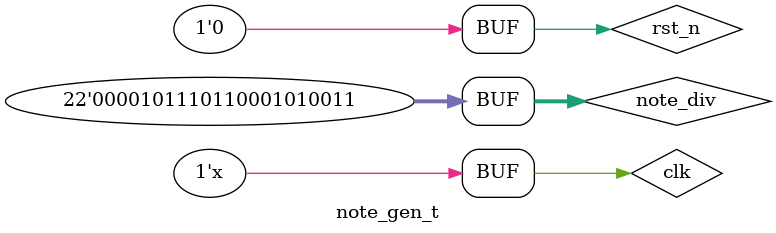
<source format=v>
module note_gen_t;

    reg clk;
    reg rst_n;
reg [21:0]note_div;
    wire [15:0]audio_left;
    wire [15:0]audio_right;

//    wire [15:0]audio_in_left;
 //   wire [15:0]audio_in_right;
    
    
    note_gen uus(.clk(clk), .rst_n(rst_n), .note_div(note_div), .audio_left(audio_left), .audio_right(audio_right)
   // .audio_in_left(audio_in_left),
   // .audio_in_right(audio_in_right)
    
    );
    
    initial begin
    clk = 0; rst_n = 0; note_div = 22'd191571;
    #2 rst_n = 1;
    #4 rst_n = 0;
    end
    always
    
    #0.025 clk = ~clk;
    

endmodule
</source>
